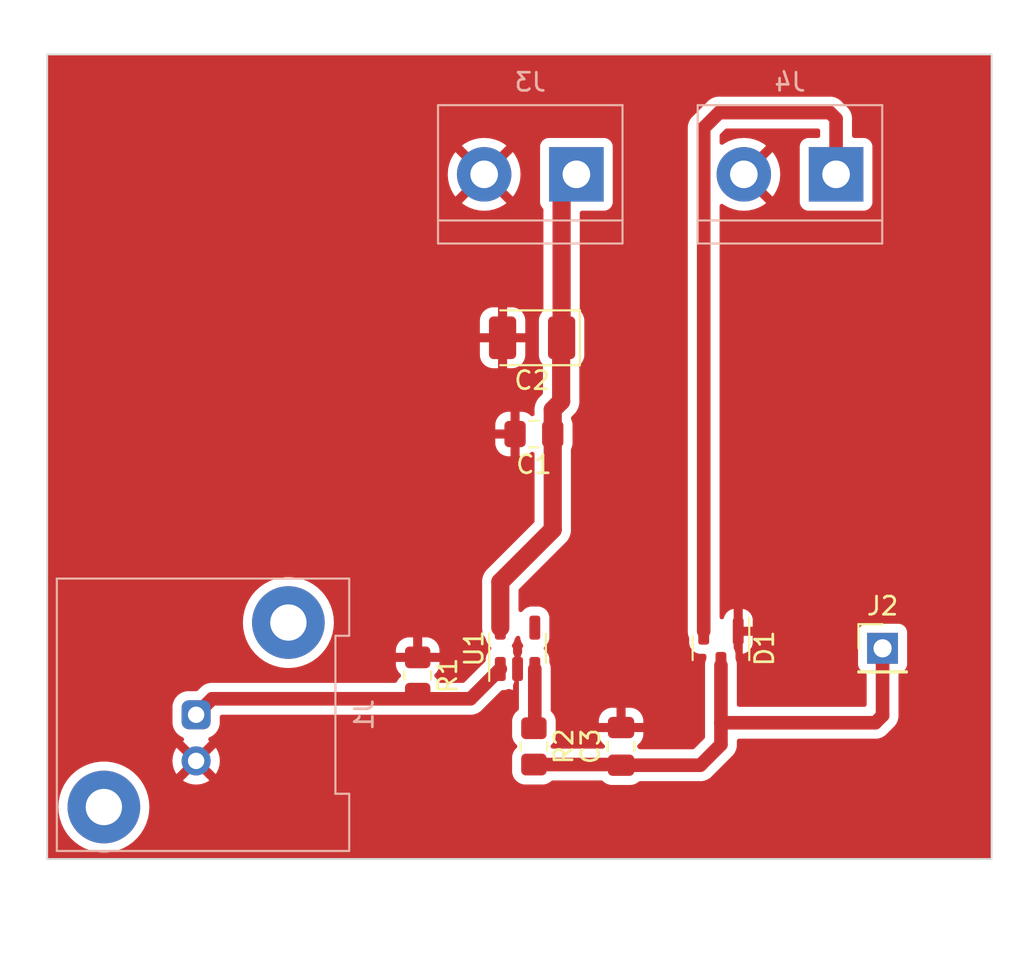
<source format=kicad_pcb>
(kicad_pcb (version 20221018) (generator pcbnew)
  (layers (0 "F.Cu" signal) (31 "B.Cu" signal) (34 "B.Paste" user) (35 "F.Paste" user) (36 "B.SilkS" user "B.Silkscreen") (37 "F.SilkS" user "F.Silkscreen") (38 "B.Mask" user) (39 "F.Mask" user) (44 "Edge.Cuts" user))
  (net 0 "")
  (net 1 "+12V")
  (net 2 "GND")
  (net 3 "+3.3V")
  (net 4 "Net-(J1-In)")
  (net 5 "PMT Sensor")
  (net 6 "Net-(U1--)")
  (footprint "Package_TO_SOT_SMD:SOT-23-5" (layer "F.Cu") (at 55.8 55.4 90)
    (fp_text reference "U1" (at 0 -2.4 90) (layer "F.SilkS"))
    (fp_text value "LM321")
    (fp_line (start 0 -1.56) (end -1.8 -1.56) (stroke (width 0.12)) (layer "F.SilkS"))
    (fp_line (start 0 -1.56) (end 0.8 -1.56) (stroke (width 0.12)) (layer "F.SilkS"))
    (fp_line (start 0 1.56) (end -0.8 1.56) (stroke (width 0.12)) (layer "F.SilkS"))
    (fp_line (start 0 1.56) (end 0.8 1.56) (stroke (width 0.12)) (layer "F.SilkS"))
    (pad "1" smd roundrect (at -1.1375 -0.95 90) (size 1.325 0.6) (layers "F.Cu" "F.Paste" "F.Mask") (net 4 "Net-(J1-In)"))
    (pad "2" smd roundrect (at -1.1375 0 90) (size 1.325 0.6) (layers "F.Cu" "F.Paste" "F.Mask") (net 2 "GND"))
    (pad "3" smd roundrect (at -1.1375 0.95 90) (size 1.325 0.6) (layers "F.Cu" "F.Paste" "F.Mask") (net 6 "Net-(U1--)"))
    (pad "4" smd roundrect (at 1.1375 0.95 90) (size 1.325 0.6) (layers "F.Cu" "F.Paste" "F.Mask") (net 6 "Net-(U1--)"))
    (pad "5" smd roundrect (at 1.1375 -0.95 90) (size 1.325 0.6) (layers "F.Cu" "F.Paste" "F.Mask") (net 1 "+12V"))
  )
  (footprint "Resistor_SMD:R_0805_2012Metric_Pad1.20x1.40mm_HandSolder" (layer "F.Cu") (at 50.3 56.9 -90)
    (fp_text reference "R1" (at 0 -1.65 90) (layer "F.SilkS"))
    (fp_text value "10 kOm")
    (fp_line (start -0.227064 -0.735) (end 0.227064 -0.735) (stroke (width 0.12)) (layer "F.SilkS"))
    (fp_line (start -0.227064 0.735) (end 0.227064 0.735) (stroke (width 0.12)) (layer "F.SilkS"))
    (pad "1" smd roundrect (at -1 0 270) (size 1.2 1.4) (layers "F.Cu" "F.Paste" "F.Mask") (roundrect_rratio 0.208333) (net 2 "GND"))
    (pad "2" smd roundrect (at 1 0 270) (size 1.2 1.4) (layers "F.Cu" "F.Paste" "F.Mask") (roundrect_rratio 0.208333) (net 4 "Net-(J1-In)"))
  )
  (footprint "Capacitor_SMD:C_0805_2012Metric_Pad1.18x1.45mm_HandSolder" (layer "F.Cu") (at 61.5 60.8 90)
    (fp_text reference "C3" (at 0 -1.68 90) (layer "F.SilkS"))
    (fp_text value "0.1 uF")
    (fp_line (start -0.261252 -0.735) (end 0.261252 -0.735) (stroke (width 0.12)) (layer "F.SilkS"))
    (fp_line (start -0.261252 0.735) (end 0.261252 0.735) (stroke (width 0.12)) (layer "F.SilkS"))
    (pad "1" smd roundrect (at -1.0375 0 90) (size 1.175 1.45) (layers "F.Cu" "F.Paste" "F.Mask") (roundrect_rratio 0.212766) (net 5 "PMT Sensor"))
    (pad "2" smd roundrect (at 1.0375 0 90) (size 1.175 1.45) (layers "F.Cu" "F.Paste" "F.Mask") (roundrect_rratio 0.212766) (net 2 "GND"))
  )
  (footprint "Package_TO_SOT_SMD:SOT-23" (layer "F.Cu") (at 67 55.4 -90)
    (fp_text reference "D1" (at 0 -2.4 90) (layer "F.SilkS"))
    (fp_text value "BAT54S")
    (fp_line (start 0 -1.56) (end -1.675 -1.56) (stroke (width 0.12)) (layer "F.SilkS"))
    (fp_line (start 0 -1.56) (end 0.65 -1.56) (stroke (width 0.12)) (layer "F.SilkS"))
    (fp_line (start 0 1.56) (end -0.65 1.56) (stroke (width 0.12)) (layer "F.SilkS"))
    (fp_line (start 0 1.56) (end 0.65 1.56) (stroke (width 0.12)) (layer "F.SilkS"))
    (pad "1" smd roundrect (at -0.9375 -0.95 270) (size 1.475 0.6) (layers "F.Cu" "F.Paste" "F.Mask") (net 2 "GND"))
    (pad "2" smd roundrect (at -0.9375 0.95 270) (size 1.475 0.6) (layers "F.Cu" "F.Paste" "F.Mask") (net 3 "+3.3V"))
    (pad "3" smd roundrect (at 0.9375 0 270) (size 1.475 0.6) (layers "F.Cu" "F.Paste" "F.Mask") (net 5 "PMT Sensor"))
  )
  (footprint "Capacitor_SMD:C_0805_2012Metric_Pad1.18x1.45mm_HandSolder" (layer "F.Cu") (at 56.7 43.6 180)
    (fp_text reference "C1" (at 0 -1.68) (layer "F.SilkS"))
    (fp_text value "0.1 uF")
    (fp_line (start -0.261252 -0.735) (end 0.261252 -0.735) (stroke (width 0.12)) (layer "F.SilkS"))
    (fp_line (start -0.261252 0.735) (end 0.261252 0.735) (stroke (width 0.12)) (layer "F.SilkS"))
    (pad "1" smd roundrect (at -1.0375 0 180) (size 1.175 1.45) (layers "F.Cu" "F.Paste" "F.Mask") (roundrect_rratio 0.212766) (net 1 "+12V"))
    (pad "2" smd roundrect (at 1.0375 0 180) (size 1.175 1.45) (layers "F.Cu" "F.Paste" "F.Mask") (roundrect_rratio 0.212766) (net 2 "GND"))
  )
  (footprint "Resistor_SMD:R_0805_2012Metric_Pad1.20x1.40mm_HandSolder" (layer "F.Cu") (at 56.7 60.8 -90)
    (fp_text reference "R2" (at 0 -1.65 90) (layer "F.SilkS"))
    (fp_text value "10 kOm")
    (fp_line (start -0.227064 -0.735) (end 0.227064 -0.735) (stroke (width 0.12)) (layer "F.SilkS"))
    (fp_line (start -0.227064 0.735) (end 0.227064 0.735) (stroke (width 0.12)) (layer "F.SilkS"))
    (pad "1" smd roundrect (at -1 0 270) (size 1.2 1.4) (layers "F.Cu" "F.Paste" "F.Mask") (roundrect_rratio 0.208333) (net 6 "Net-(U1--)"))
    (pad "2" smd roundrect (at 1 0 270) (size 1.2 1.4) (layers "F.Cu" "F.Paste" "F.Mask") (roundrect_rratio 0.208333) (net 5 "PMT Sensor"))
  )
  (footprint "Connector_PinHeader_2.54mm:PinHeader_1x01_P2.54mm_Vertical" (layer "F.Cu") (at 75.9 55.4)
    (fp_text reference "J2" (at 0 -2.33) (layer "F.SilkS"))
    (fp_text value "Conn_01x01_Pin")
    (fp_line (start -1.33 -1.33) (end 0 -1.33) (stroke (width 0.12)) (layer "F.SilkS"))
    (fp_line (start -1.33 0) (end -1.33 -1.33) (stroke (width 0.12)) (layer "F.SilkS"))
    (fp_line (start -1.33 1.27) (end -1.33 1.33) (stroke (width 0.12)) (layer "F.SilkS"))
    (fp_line (start -1.33 1.27) (end 1.33 1.27) (stroke (width 0.12)) (layer "F.SilkS"))
    (fp_line (start -1.33 1.33) (end 1.33 1.33) (stroke (width 0.12)) (layer "F.SilkS"))
    (fp_line (start 1.33 1.27) (end 1.33 1.33) (stroke (width 0.12)) (layer "F.SilkS"))
    (pad "1" thru_hole rect (at 0 0) (size 1.7 1.7) (drill 1) (layers "*.Cu" "*.Mask") (net 5 "PMT Sensor"))
  )
  (footprint "Capacitor_Tantalum_SMD:CP_EIA-3528-21_Kemet-B_Pad1.50x2.35mm_HandSolder" (layer "F.Cu") (at 56.6 38.3 180)
    (fp_text reference "C2" (at 0 -2.35) (layer "F.SilkS"))
    (fp_text value "10 uF")
    (fp_line (start -2.635 -1.51) (end -2.635 1.51) (stroke (width 0.12)) (layer "F.SilkS"))
    (fp_line (start -2.635 1.51) (end 1.75 1.51) (stroke (width 0.12)) (layer "F.SilkS"))
    (fp_line (start 1.75 -1.51) (end -2.635 -1.51) (stroke (width 0.12)) (layer "F.SilkS"))
    (pad "1" smd roundrect (at -1.625 0 180) (size 1.5 2.35) (layers "F.Cu" "F.Paste" "F.Mask") (roundrect_rratio 0.166667) (net 1 "+12V"))
    (pad "2" smd roundrect (at 1.625 0 180) (size 1.5 2.35) (layers "F.Cu" "F.Paste" "F.Mask") (roundrect_rratio 0.166667) (net 2 "GND"))
  )
  (footprint "TerminalBlock:TerminalBlock_bornier-2_P5.08mm" (layer "B.Cu") (at 73.34 29.3 180)
    (fp_text reference "J4" (at 2.54 5.08) (layer "B.SilkS") (effects (justify mirror)))
    (fp_text value "Screw_Terminal_01x02")
    (fp_line (start -2.54 -3.81) (end 7.62 -3.81) (stroke (width 0.12)) (layer "B.SilkS"))
    (fp_line (start -2.54 3.81) (end -2.54 -3.81) (stroke (width 0.12)) (layer "B.SilkS"))
    (fp_line (start 7.62 -3.81) (end 7.62 3.81) (stroke (width 0.12)) (layer "B.SilkS"))
    (fp_line (start 7.62 -2.54) (end -2.54 -2.54) (stroke (width 0.12)) (layer "B.SilkS"))
    (fp_line (start 7.62 3.81) (end -2.54 3.81) (stroke (width 0.12)) (layer "B.SilkS"))
    (pad "1" thru_hole rect (at 0 0 180) (size 3 3) (drill 1.52) (layers "*.Cu" "*.Mask") (net 3 "+3.3V"))
    (pad "2" thru_hole circle (at 5.08 0 180) (size 3 3) (drill 1.52) (layers "*.Cu" "*.Mask") (net 2 "GND"))
  )
  (footprint "TerminalBlock:TerminalBlock_bornier-2_P5.08mm" (layer "B.Cu") (at 59.04 29.3 180)
    (fp_text reference "J3" (at 2.54 5.08) (layer "B.SilkS") (effects (justify mirror)))
    (fp_text value "Screw_Terminal_01x02")
    (fp_line (start -2.54 -3.81) (end 7.62 -3.81) (stroke (width 0.12)) (layer "B.SilkS"))
    (fp_line (start -2.54 3.81) (end -2.54 -3.81) (stroke (width 0.12)) (layer "B.SilkS"))
    (fp_line (start 7.62 -3.81) (end 7.62 3.81) (stroke (width 0.12)) (layer "B.SilkS"))
    (fp_line (start 7.62 -2.54) (end -2.54 -2.54) (stroke (width 0.12)) (layer "B.SilkS"))
    (fp_line (start 7.62 3.81) (end -2.54 3.81) (stroke (width 0.12)) (layer "B.SilkS"))
    (pad "1" thru_hole rect (at 0 0 180) (size 3 3) (drill 1.52) (layers "*.Cu" "*.Mask") (net 1 "+12V"))
    (pad "2" thru_hole circle (at 5.08 0 180) (size 3 3) (drill 1.52) (layers "*.Cu" "*.Mask") (net 2 "GND"))
  )
  (footprint "Connector_Coaxial:BNC_Amphenol_031-5539_Vertical" (layer "B.Cu") (at 38.1 59.06 -90)
    (fp_text reference "J1" (at 0 -9.25 90) (layer "B.SilkS") (effects (justify mirror)))
    (fp_text value "Conn_Coaxial")
    (fp_line (start -7.5 -8.43) (end -7.5 7.67) (stroke (width 0.12)) (layer "B.SilkS"))
    (fp_line (start -7.5 7.67) (end 7.5 7.67) (stroke (width 0.12)) (layer "B.SilkS"))
    (fp_line (start -4.35 -8.43) (end -7.5 -8.43) (stroke (width 0.12)) (layer "B.SilkS"))
    (fp_line (start -4.35 -7.67) (end -4.35 -8.43) (stroke (width 0.12)) (layer "B.SilkS"))
    (fp_line (start 4.35 -8.43) (end 4.35 -7.67) (stroke (width 0.12)) (layer "B.SilkS"))
    (fp_line (start 4.35 -7.67) (end -4.35 -7.67) (stroke (width 0.12)) (layer "B.SilkS"))
    (fp_line (start 7.5 -8.43) (end 4.35 -8.43) (stroke (width 0.12)) (layer "B.SilkS"))
    (fp_line (start 7.5 7.67) (end 7.5 -8.43) (stroke (width 0.12)) (layer "B.SilkS"))
    (pad "" thru_hole circle (at -5.08 -5.08 90) (size 4 4) (drill 2) (layers "*.Cu" "*.Mask"))
    (pad "" thru_hole circle (at 5.08 5.08 90) (size 4 4) (drill 2) (layers "*.Cu" "*.Mask"))
    (pad "1" thru_hole roundrect (at 0 0 90) (size 1.6 1.6) (drill 0.9) (layers "*.Cu" "*.Mask") (net 4 "Net-(J1-In)"))
    (pad "2" thru_hole circle (at 2.54 0 90) (size 1.6 1.6) (drill 0.9) (layers "*.Cu" "*.Mask") (net 2 "GND"))
  )
  (gr_rect (start 29.9 22.7) (end 81.9 67) (stroke (width 0.1)) (fill none) (layer "Edge.Cuts"))
  (segment (start 57.7375 43.6) (end 57.7375 48.8625) (width 1) (layer "F.Cu") (net 1))
  (segment (start 58.225 38.3) (end 58.225 30.115) (width 1) (layer "F.Cu") (net 1))
  (segment (start 58.2 41.8) (end 58.2 38.325) (width 1) (layer "F.Cu") (net 1))
  (segment (start 58.225 30.115) (end 59.04 29.3) (width 1) (layer "F.Cu") (net 1))
  (segment (start 57.7375 48.8625) (end 54.85 51.75) (width 1) (layer "F.Cu") (net 1))
  (segment (start 58.2 38.325) (end 58.225 38.3) (width 1) (layer "F.Cu") (net 1))
  (segment (start 57.7375 43.6) (end 57.7375 42.2625) (width 1) (layer "F.Cu") (net 1))
  (segment (start 54.85 51.75) (end 54.85 54.2625) (width 1) (layer "F.Cu") (net 1))
  (segment (start 57.7375 42.2625) (end 58.2 41.8) (width 1) (layer "F.Cu") (net 1))
  (segment (start 73.34 26.24) (end 73.34 29.3) (width 0.75) (layer "F.Cu") (net 3))
  (segment (start 66.05 26.75) (end 66.9 25.9) (width 0.75) (layer "F.Cu") (net 3))
  (segment (start 66.05 54.4625) (end 66.05 26.75) (width 0.75) (layer "F.Cu") (net 3))
  (segment (start 66.9 25.9) (end 73 25.9) (width 0.75) (layer "F.Cu") (net 3))
  (segment (start 73 25.9) (end 73.34 26.24) (width 0.75) (layer "F.Cu") (net 3))
  (segment (start 38.98 58.18) (end 53.2075 58.18) (width 0.75) (layer "F.Cu") (net 4))
  (segment (start 53.2075 58.18) (end 54.85 56.5375) (width 0.75) (layer "F.Cu") (net 4))
  (segment (start 38.1 59.06) (end 38.98 58.18) (width 0.75) (layer "F.Cu") (net 4))
  (segment (start 61.4625 61.8) (end 61.5 61.8375) (width 0.75) (layer "F.Cu") (net 5))
  (segment (start 67 60.7) (end 65.8625 61.8375) (width 0.75) (layer "F.Cu") (net 5))
  (segment (start 75.9 59.1) (end 75.5 59.5) (width 0.75) (layer "F.Cu") (net 5))
  (segment (start 56.7 61.8) (end 61.4625 61.8) (width 0.75) (layer "F.Cu") (net 5))
  (segment (start 75.9 55.4) (end 75.9 59.1) (width 0.75) (layer "F.Cu") (net 5))
  (segment (start 67 56.3375) (end 67 59.5) (width 0.75) (layer "F.Cu") (net 5))
  (segment (start 75.5 59.5) (end 67 59.5) (width 0.75) (layer "F.Cu") (net 5))
  (segment (start 65.8625 61.8375) (end 61.5 61.8375) (width 0.75) (layer "F.Cu") (net 5))
  (segment (start 67 59.5) (end 67 60.7) (width 0.75) (layer "F.Cu") (net 5))
  (segment (start 56.75 59.75) (end 56.7 59.8) (width 0.75) (layer "F.Cu") (net 6))
  (segment (start 56.75 56.5375) (end 56.75 59.75) (width 0.75) (layer "F.Cu") (net 6))
  (zone (net 2) (net_name "GND") (layer "F.Cu") (connect_pads (clearance 0.5)) (min_thickness 0.25) (fill yes (thermal_gap 0.5) (thermal_bridge_width 0.5))
    (polygon (pts (xy 27.3 19.7) (xy 83.7 20) (xy 83.7 72.2) (xy 27.6 72.3) (xy 27.3 50.2)))
  )
)
</source>
